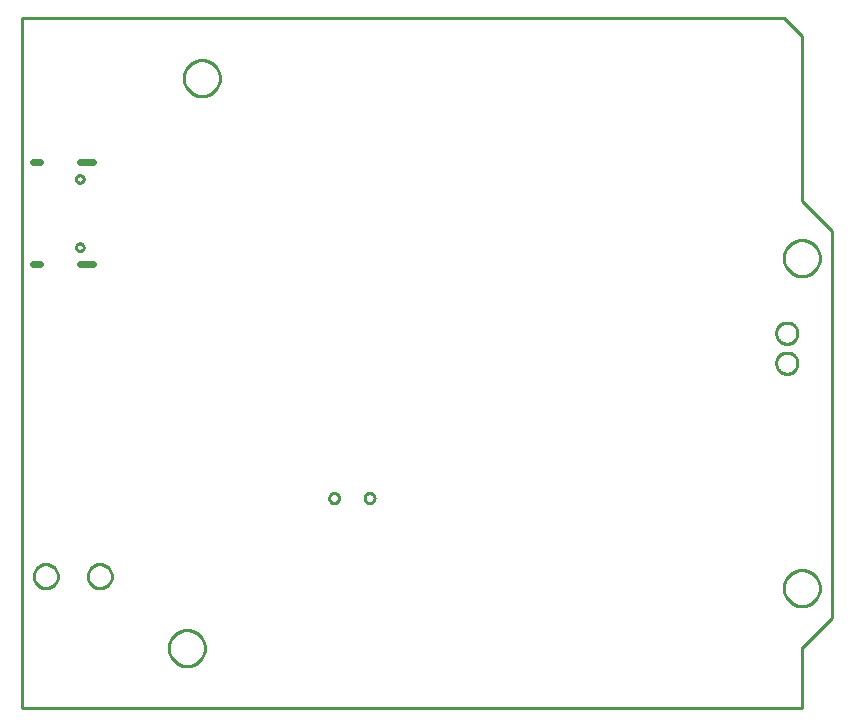
<source format=gko>
G04 EAGLE Gerber RS-274X export*
G75*
%MOMM*%
%FSLAX34Y34*%
%LPD*%
%IN*%
%IPPOS*%
%AMOC8*
5,1,8,0,0,1.08239X$1,22.5*%
G01*
%ADD10C,0.203200*%
%ADD11C,0.000000*%
%ADD12C,0.600000*%
%ADD13C,0.254000*%


D10*
X0Y584200D02*
X645160Y584200D01*
X660400Y568960D01*
X660400Y429260D02*
X685800Y403860D01*
X685800Y76200D01*
X660400Y50800D01*
X660400Y0D01*
X0Y0D01*
X0Y584200D01*
X660400Y568960D02*
X660400Y429260D01*
D11*
X124460Y50800D02*
X124465Y51174D01*
X124478Y51548D01*
X124501Y51921D01*
X124533Y52294D01*
X124575Y52666D01*
X124625Y53036D01*
X124684Y53405D01*
X124753Y53773D01*
X124830Y54139D01*
X124917Y54503D01*
X125012Y54865D01*
X125116Y55224D01*
X125229Y55581D01*
X125351Y55934D01*
X125481Y56285D01*
X125620Y56632D01*
X125767Y56976D01*
X125923Y57316D01*
X126087Y57652D01*
X126260Y57984D01*
X126440Y58312D01*
X126628Y58635D01*
X126824Y58953D01*
X127028Y59267D01*
X127240Y59575D01*
X127459Y59878D01*
X127686Y60176D01*
X127919Y60468D01*
X128160Y60754D01*
X128408Y61035D01*
X128662Y61309D01*
X128924Y61576D01*
X129191Y61838D01*
X129465Y62092D01*
X129746Y62340D01*
X130032Y62581D01*
X130324Y62814D01*
X130622Y63041D01*
X130925Y63260D01*
X131233Y63472D01*
X131547Y63676D01*
X131865Y63872D01*
X132188Y64060D01*
X132516Y64240D01*
X132848Y64413D01*
X133184Y64577D01*
X133524Y64733D01*
X133868Y64880D01*
X134215Y65019D01*
X134566Y65149D01*
X134919Y65271D01*
X135276Y65384D01*
X135635Y65488D01*
X135997Y65583D01*
X136361Y65670D01*
X136727Y65747D01*
X137095Y65816D01*
X137464Y65875D01*
X137834Y65925D01*
X138206Y65967D01*
X138579Y65999D01*
X138952Y66022D01*
X139326Y66035D01*
X139700Y66040D01*
X140074Y66035D01*
X140448Y66022D01*
X140821Y65999D01*
X141194Y65967D01*
X141566Y65925D01*
X141936Y65875D01*
X142305Y65816D01*
X142673Y65747D01*
X143039Y65670D01*
X143403Y65583D01*
X143765Y65488D01*
X144124Y65384D01*
X144481Y65271D01*
X144834Y65149D01*
X145185Y65019D01*
X145532Y64880D01*
X145876Y64733D01*
X146216Y64577D01*
X146552Y64413D01*
X146884Y64240D01*
X147212Y64060D01*
X147535Y63872D01*
X147853Y63676D01*
X148167Y63472D01*
X148475Y63260D01*
X148778Y63041D01*
X149076Y62814D01*
X149368Y62581D01*
X149654Y62340D01*
X149935Y62092D01*
X150209Y61838D01*
X150476Y61576D01*
X150738Y61309D01*
X150992Y61035D01*
X151240Y60754D01*
X151481Y60468D01*
X151714Y60176D01*
X151941Y59878D01*
X152160Y59575D01*
X152372Y59267D01*
X152576Y58953D01*
X152772Y58635D01*
X152960Y58312D01*
X153140Y57984D01*
X153313Y57652D01*
X153477Y57316D01*
X153633Y56976D01*
X153780Y56632D01*
X153919Y56285D01*
X154049Y55934D01*
X154171Y55581D01*
X154284Y55224D01*
X154388Y54865D01*
X154483Y54503D01*
X154570Y54139D01*
X154647Y53773D01*
X154716Y53405D01*
X154775Y53036D01*
X154825Y52666D01*
X154867Y52294D01*
X154899Y51921D01*
X154922Y51548D01*
X154935Y51174D01*
X154940Y50800D01*
X154935Y50426D01*
X154922Y50052D01*
X154899Y49679D01*
X154867Y49306D01*
X154825Y48934D01*
X154775Y48564D01*
X154716Y48195D01*
X154647Y47827D01*
X154570Y47461D01*
X154483Y47097D01*
X154388Y46735D01*
X154284Y46376D01*
X154171Y46019D01*
X154049Y45666D01*
X153919Y45315D01*
X153780Y44968D01*
X153633Y44624D01*
X153477Y44284D01*
X153313Y43948D01*
X153140Y43616D01*
X152960Y43288D01*
X152772Y42965D01*
X152576Y42647D01*
X152372Y42333D01*
X152160Y42025D01*
X151941Y41722D01*
X151714Y41424D01*
X151481Y41132D01*
X151240Y40846D01*
X150992Y40565D01*
X150738Y40291D01*
X150476Y40024D01*
X150209Y39762D01*
X149935Y39508D01*
X149654Y39260D01*
X149368Y39019D01*
X149076Y38786D01*
X148778Y38559D01*
X148475Y38340D01*
X148167Y38128D01*
X147853Y37924D01*
X147535Y37728D01*
X147212Y37540D01*
X146884Y37360D01*
X146552Y37187D01*
X146216Y37023D01*
X145876Y36867D01*
X145532Y36720D01*
X145185Y36581D01*
X144834Y36451D01*
X144481Y36329D01*
X144124Y36216D01*
X143765Y36112D01*
X143403Y36017D01*
X143039Y35930D01*
X142673Y35853D01*
X142305Y35784D01*
X141936Y35725D01*
X141566Y35675D01*
X141194Y35633D01*
X140821Y35601D01*
X140448Y35578D01*
X140074Y35565D01*
X139700Y35560D01*
X139326Y35565D01*
X138952Y35578D01*
X138579Y35601D01*
X138206Y35633D01*
X137834Y35675D01*
X137464Y35725D01*
X137095Y35784D01*
X136727Y35853D01*
X136361Y35930D01*
X135997Y36017D01*
X135635Y36112D01*
X135276Y36216D01*
X134919Y36329D01*
X134566Y36451D01*
X134215Y36581D01*
X133868Y36720D01*
X133524Y36867D01*
X133184Y37023D01*
X132848Y37187D01*
X132516Y37360D01*
X132188Y37540D01*
X131865Y37728D01*
X131547Y37924D01*
X131233Y38128D01*
X130925Y38340D01*
X130622Y38559D01*
X130324Y38786D01*
X130032Y39019D01*
X129746Y39260D01*
X129465Y39508D01*
X129191Y39762D01*
X128924Y40024D01*
X128662Y40291D01*
X128408Y40565D01*
X128160Y40846D01*
X127919Y41132D01*
X127686Y41424D01*
X127459Y41722D01*
X127240Y42025D01*
X127028Y42333D01*
X126824Y42647D01*
X126628Y42965D01*
X126440Y43288D01*
X126260Y43616D01*
X126087Y43948D01*
X125923Y44284D01*
X125767Y44624D01*
X125620Y44968D01*
X125481Y45315D01*
X125351Y45666D01*
X125229Y46019D01*
X125116Y46376D01*
X125012Y46735D01*
X124917Y47097D01*
X124830Y47461D01*
X124753Y47827D01*
X124684Y48195D01*
X124625Y48564D01*
X124575Y48934D01*
X124533Y49306D01*
X124501Y49679D01*
X124478Y50052D01*
X124465Y50426D01*
X124460Y50800D01*
X645160Y101600D02*
X645165Y101974D01*
X645178Y102348D01*
X645201Y102721D01*
X645233Y103094D01*
X645275Y103466D01*
X645325Y103836D01*
X645384Y104205D01*
X645453Y104573D01*
X645530Y104939D01*
X645617Y105303D01*
X645712Y105665D01*
X645816Y106024D01*
X645929Y106381D01*
X646051Y106734D01*
X646181Y107085D01*
X646320Y107432D01*
X646467Y107776D01*
X646623Y108116D01*
X646787Y108452D01*
X646960Y108784D01*
X647140Y109112D01*
X647328Y109435D01*
X647524Y109753D01*
X647728Y110067D01*
X647940Y110375D01*
X648159Y110678D01*
X648386Y110976D01*
X648619Y111268D01*
X648860Y111554D01*
X649108Y111835D01*
X649362Y112109D01*
X649624Y112376D01*
X649891Y112638D01*
X650165Y112892D01*
X650446Y113140D01*
X650732Y113381D01*
X651024Y113614D01*
X651322Y113841D01*
X651625Y114060D01*
X651933Y114272D01*
X652247Y114476D01*
X652565Y114672D01*
X652888Y114860D01*
X653216Y115040D01*
X653548Y115213D01*
X653884Y115377D01*
X654224Y115533D01*
X654568Y115680D01*
X654915Y115819D01*
X655266Y115949D01*
X655619Y116071D01*
X655976Y116184D01*
X656335Y116288D01*
X656697Y116383D01*
X657061Y116470D01*
X657427Y116547D01*
X657795Y116616D01*
X658164Y116675D01*
X658534Y116725D01*
X658906Y116767D01*
X659279Y116799D01*
X659652Y116822D01*
X660026Y116835D01*
X660400Y116840D01*
X660774Y116835D01*
X661148Y116822D01*
X661521Y116799D01*
X661894Y116767D01*
X662266Y116725D01*
X662636Y116675D01*
X663005Y116616D01*
X663373Y116547D01*
X663739Y116470D01*
X664103Y116383D01*
X664465Y116288D01*
X664824Y116184D01*
X665181Y116071D01*
X665534Y115949D01*
X665885Y115819D01*
X666232Y115680D01*
X666576Y115533D01*
X666916Y115377D01*
X667252Y115213D01*
X667584Y115040D01*
X667912Y114860D01*
X668235Y114672D01*
X668553Y114476D01*
X668867Y114272D01*
X669175Y114060D01*
X669478Y113841D01*
X669776Y113614D01*
X670068Y113381D01*
X670354Y113140D01*
X670635Y112892D01*
X670909Y112638D01*
X671176Y112376D01*
X671438Y112109D01*
X671692Y111835D01*
X671940Y111554D01*
X672181Y111268D01*
X672414Y110976D01*
X672641Y110678D01*
X672860Y110375D01*
X673072Y110067D01*
X673276Y109753D01*
X673472Y109435D01*
X673660Y109112D01*
X673840Y108784D01*
X674013Y108452D01*
X674177Y108116D01*
X674333Y107776D01*
X674480Y107432D01*
X674619Y107085D01*
X674749Y106734D01*
X674871Y106381D01*
X674984Y106024D01*
X675088Y105665D01*
X675183Y105303D01*
X675270Y104939D01*
X675347Y104573D01*
X675416Y104205D01*
X675475Y103836D01*
X675525Y103466D01*
X675567Y103094D01*
X675599Y102721D01*
X675622Y102348D01*
X675635Y101974D01*
X675640Y101600D01*
X675635Y101226D01*
X675622Y100852D01*
X675599Y100479D01*
X675567Y100106D01*
X675525Y99734D01*
X675475Y99364D01*
X675416Y98995D01*
X675347Y98627D01*
X675270Y98261D01*
X675183Y97897D01*
X675088Y97535D01*
X674984Y97176D01*
X674871Y96819D01*
X674749Y96466D01*
X674619Y96115D01*
X674480Y95768D01*
X674333Y95424D01*
X674177Y95084D01*
X674013Y94748D01*
X673840Y94416D01*
X673660Y94088D01*
X673472Y93765D01*
X673276Y93447D01*
X673072Y93133D01*
X672860Y92825D01*
X672641Y92522D01*
X672414Y92224D01*
X672181Y91932D01*
X671940Y91646D01*
X671692Y91365D01*
X671438Y91091D01*
X671176Y90824D01*
X670909Y90562D01*
X670635Y90308D01*
X670354Y90060D01*
X670068Y89819D01*
X669776Y89586D01*
X669478Y89359D01*
X669175Y89140D01*
X668867Y88928D01*
X668553Y88724D01*
X668235Y88528D01*
X667912Y88340D01*
X667584Y88160D01*
X667252Y87987D01*
X666916Y87823D01*
X666576Y87667D01*
X666232Y87520D01*
X665885Y87381D01*
X665534Y87251D01*
X665181Y87129D01*
X664824Y87016D01*
X664465Y86912D01*
X664103Y86817D01*
X663739Y86730D01*
X663373Y86653D01*
X663005Y86584D01*
X662636Y86525D01*
X662266Y86475D01*
X661894Y86433D01*
X661521Y86401D01*
X661148Y86378D01*
X660774Y86365D01*
X660400Y86360D01*
X660026Y86365D01*
X659652Y86378D01*
X659279Y86401D01*
X658906Y86433D01*
X658534Y86475D01*
X658164Y86525D01*
X657795Y86584D01*
X657427Y86653D01*
X657061Y86730D01*
X656697Y86817D01*
X656335Y86912D01*
X655976Y87016D01*
X655619Y87129D01*
X655266Y87251D01*
X654915Y87381D01*
X654568Y87520D01*
X654224Y87667D01*
X653884Y87823D01*
X653548Y87987D01*
X653216Y88160D01*
X652888Y88340D01*
X652565Y88528D01*
X652247Y88724D01*
X651933Y88928D01*
X651625Y89140D01*
X651322Y89359D01*
X651024Y89586D01*
X650732Y89819D01*
X650446Y90060D01*
X650165Y90308D01*
X649891Y90562D01*
X649624Y90824D01*
X649362Y91091D01*
X649108Y91365D01*
X648860Y91646D01*
X648619Y91932D01*
X648386Y92224D01*
X648159Y92522D01*
X647940Y92825D01*
X647728Y93133D01*
X647524Y93447D01*
X647328Y93765D01*
X647140Y94088D01*
X646960Y94416D01*
X646787Y94748D01*
X646623Y95084D01*
X646467Y95424D01*
X646320Y95768D01*
X646181Y96115D01*
X646051Y96466D01*
X645929Y96819D01*
X645816Y97176D01*
X645712Y97535D01*
X645617Y97897D01*
X645530Y98261D01*
X645453Y98627D01*
X645384Y98995D01*
X645325Y99364D01*
X645275Y99734D01*
X645233Y100106D01*
X645201Y100479D01*
X645178Y100852D01*
X645165Y101226D01*
X645160Y101600D01*
X645160Y381000D02*
X645165Y381374D01*
X645178Y381748D01*
X645201Y382121D01*
X645233Y382494D01*
X645275Y382866D01*
X645325Y383236D01*
X645384Y383605D01*
X645453Y383973D01*
X645530Y384339D01*
X645617Y384703D01*
X645712Y385065D01*
X645816Y385424D01*
X645929Y385781D01*
X646051Y386134D01*
X646181Y386485D01*
X646320Y386832D01*
X646467Y387176D01*
X646623Y387516D01*
X646787Y387852D01*
X646960Y388184D01*
X647140Y388512D01*
X647328Y388835D01*
X647524Y389153D01*
X647728Y389467D01*
X647940Y389775D01*
X648159Y390078D01*
X648386Y390376D01*
X648619Y390668D01*
X648860Y390954D01*
X649108Y391235D01*
X649362Y391509D01*
X649624Y391776D01*
X649891Y392038D01*
X650165Y392292D01*
X650446Y392540D01*
X650732Y392781D01*
X651024Y393014D01*
X651322Y393241D01*
X651625Y393460D01*
X651933Y393672D01*
X652247Y393876D01*
X652565Y394072D01*
X652888Y394260D01*
X653216Y394440D01*
X653548Y394613D01*
X653884Y394777D01*
X654224Y394933D01*
X654568Y395080D01*
X654915Y395219D01*
X655266Y395349D01*
X655619Y395471D01*
X655976Y395584D01*
X656335Y395688D01*
X656697Y395783D01*
X657061Y395870D01*
X657427Y395947D01*
X657795Y396016D01*
X658164Y396075D01*
X658534Y396125D01*
X658906Y396167D01*
X659279Y396199D01*
X659652Y396222D01*
X660026Y396235D01*
X660400Y396240D01*
X660774Y396235D01*
X661148Y396222D01*
X661521Y396199D01*
X661894Y396167D01*
X662266Y396125D01*
X662636Y396075D01*
X663005Y396016D01*
X663373Y395947D01*
X663739Y395870D01*
X664103Y395783D01*
X664465Y395688D01*
X664824Y395584D01*
X665181Y395471D01*
X665534Y395349D01*
X665885Y395219D01*
X666232Y395080D01*
X666576Y394933D01*
X666916Y394777D01*
X667252Y394613D01*
X667584Y394440D01*
X667912Y394260D01*
X668235Y394072D01*
X668553Y393876D01*
X668867Y393672D01*
X669175Y393460D01*
X669478Y393241D01*
X669776Y393014D01*
X670068Y392781D01*
X670354Y392540D01*
X670635Y392292D01*
X670909Y392038D01*
X671176Y391776D01*
X671438Y391509D01*
X671692Y391235D01*
X671940Y390954D01*
X672181Y390668D01*
X672414Y390376D01*
X672641Y390078D01*
X672860Y389775D01*
X673072Y389467D01*
X673276Y389153D01*
X673472Y388835D01*
X673660Y388512D01*
X673840Y388184D01*
X674013Y387852D01*
X674177Y387516D01*
X674333Y387176D01*
X674480Y386832D01*
X674619Y386485D01*
X674749Y386134D01*
X674871Y385781D01*
X674984Y385424D01*
X675088Y385065D01*
X675183Y384703D01*
X675270Y384339D01*
X675347Y383973D01*
X675416Y383605D01*
X675475Y383236D01*
X675525Y382866D01*
X675567Y382494D01*
X675599Y382121D01*
X675622Y381748D01*
X675635Y381374D01*
X675640Y381000D01*
X675635Y380626D01*
X675622Y380252D01*
X675599Y379879D01*
X675567Y379506D01*
X675525Y379134D01*
X675475Y378764D01*
X675416Y378395D01*
X675347Y378027D01*
X675270Y377661D01*
X675183Y377297D01*
X675088Y376935D01*
X674984Y376576D01*
X674871Y376219D01*
X674749Y375866D01*
X674619Y375515D01*
X674480Y375168D01*
X674333Y374824D01*
X674177Y374484D01*
X674013Y374148D01*
X673840Y373816D01*
X673660Y373488D01*
X673472Y373165D01*
X673276Y372847D01*
X673072Y372533D01*
X672860Y372225D01*
X672641Y371922D01*
X672414Y371624D01*
X672181Y371332D01*
X671940Y371046D01*
X671692Y370765D01*
X671438Y370491D01*
X671176Y370224D01*
X670909Y369962D01*
X670635Y369708D01*
X670354Y369460D01*
X670068Y369219D01*
X669776Y368986D01*
X669478Y368759D01*
X669175Y368540D01*
X668867Y368328D01*
X668553Y368124D01*
X668235Y367928D01*
X667912Y367740D01*
X667584Y367560D01*
X667252Y367387D01*
X666916Y367223D01*
X666576Y367067D01*
X666232Y366920D01*
X665885Y366781D01*
X665534Y366651D01*
X665181Y366529D01*
X664824Y366416D01*
X664465Y366312D01*
X664103Y366217D01*
X663739Y366130D01*
X663373Y366053D01*
X663005Y365984D01*
X662636Y365925D01*
X662266Y365875D01*
X661894Y365833D01*
X661521Y365801D01*
X661148Y365778D01*
X660774Y365765D01*
X660400Y365760D01*
X660026Y365765D01*
X659652Y365778D01*
X659279Y365801D01*
X658906Y365833D01*
X658534Y365875D01*
X658164Y365925D01*
X657795Y365984D01*
X657427Y366053D01*
X657061Y366130D01*
X656697Y366217D01*
X656335Y366312D01*
X655976Y366416D01*
X655619Y366529D01*
X655266Y366651D01*
X654915Y366781D01*
X654568Y366920D01*
X654224Y367067D01*
X653884Y367223D01*
X653548Y367387D01*
X653216Y367560D01*
X652888Y367740D01*
X652565Y367928D01*
X652247Y368124D01*
X651933Y368328D01*
X651625Y368540D01*
X651322Y368759D01*
X651024Y368986D01*
X650732Y369219D01*
X650446Y369460D01*
X650165Y369708D01*
X649891Y369962D01*
X649624Y370224D01*
X649362Y370491D01*
X649108Y370765D01*
X648860Y371046D01*
X648619Y371332D01*
X648386Y371624D01*
X648159Y371922D01*
X647940Y372225D01*
X647728Y372533D01*
X647524Y372847D01*
X647328Y373165D01*
X647140Y373488D01*
X646960Y373816D01*
X646787Y374148D01*
X646623Y374484D01*
X646467Y374824D01*
X646320Y375168D01*
X646181Y375515D01*
X646051Y375866D01*
X645929Y376219D01*
X645816Y376576D01*
X645712Y376935D01*
X645617Y377297D01*
X645530Y377661D01*
X645453Y378027D01*
X645384Y378395D01*
X645325Y378764D01*
X645275Y379134D01*
X645233Y379506D01*
X645201Y379879D01*
X645178Y380252D01*
X645165Y380626D01*
X645160Y381000D01*
X137160Y533400D02*
X137165Y533774D01*
X137178Y534148D01*
X137201Y534521D01*
X137233Y534894D01*
X137275Y535266D01*
X137325Y535636D01*
X137384Y536005D01*
X137453Y536373D01*
X137530Y536739D01*
X137617Y537103D01*
X137712Y537465D01*
X137816Y537824D01*
X137929Y538181D01*
X138051Y538534D01*
X138181Y538885D01*
X138320Y539232D01*
X138467Y539576D01*
X138623Y539916D01*
X138787Y540252D01*
X138960Y540584D01*
X139140Y540912D01*
X139328Y541235D01*
X139524Y541553D01*
X139728Y541867D01*
X139940Y542175D01*
X140159Y542478D01*
X140386Y542776D01*
X140619Y543068D01*
X140860Y543354D01*
X141108Y543635D01*
X141362Y543909D01*
X141624Y544176D01*
X141891Y544438D01*
X142165Y544692D01*
X142446Y544940D01*
X142732Y545181D01*
X143024Y545414D01*
X143322Y545641D01*
X143625Y545860D01*
X143933Y546072D01*
X144247Y546276D01*
X144565Y546472D01*
X144888Y546660D01*
X145216Y546840D01*
X145548Y547013D01*
X145884Y547177D01*
X146224Y547333D01*
X146568Y547480D01*
X146915Y547619D01*
X147266Y547749D01*
X147619Y547871D01*
X147976Y547984D01*
X148335Y548088D01*
X148697Y548183D01*
X149061Y548270D01*
X149427Y548347D01*
X149795Y548416D01*
X150164Y548475D01*
X150534Y548525D01*
X150906Y548567D01*
X151279Y548599D01*
X151652Y548622D01*
X152026Y548635D01*
X152400Y548640D01*
X152774Y548635D01*
X153148Y548622D01*
X153521Y548599D01*
X153894Y548567D01*
X154266Y548525D01*
X154636Y548475D01*
X155005Y548416D01*
X155373Y548347D01*
X155739Y548270D01*
X156103Y548183D01*
X156465Y548088D01*
X156824Y547984D01*
X157181Y547871D01*
X157534Y547749D01*
X157885Y547619D01*
X158232Y547480D01*
X158576Y547333D01*
X158916Y547177D01*
X159252Y547013D01*
X159584Y546840D01*
X159912Y546660D01*
X160235Y546472D01*
X160553Y546276D01*
X160867Y546072D01*
X161175Y545860D01*
X161478Y545641D01*
X161776Y545414D01*
X162068Y545181D01*
X162354Y544940D01*
X162635Y544692D01*
X162909Y544438D01*
X163176Y544176D01*
X163438Y543909D01*
X163692Y543635D01*
X163940Y543354D01*
X164181Y543068D01*
X164414Y542776D01*
X164641Y542478D01*
X164860Y542175D01*
X165072Y541867D01*
X165276Y541553D01*
X165472Y541235D01*
X165660Y540912D01*
X165840Y540584D01*
X166013Y540252D01*
X166177Y539916D01*
X166333Y539576D01*
X166480Y539232D01*
X166619Y538885D01*
X166749Y538534D01*
X166871Y538181D01*
X166984Y537824D01*
X167088Y537465D01*
X167183Y537103D01*
X167270Y536739D01*
X167347Y536373D01*
X167416Y536005D01*
X167475Y535636D01*
X167525Y535266D01*
X167567Y534894D01*
X167599Y534521D01*
X167622Y534148D01*
X167635Y533774D01*
X167640Y533400D01*
X167635Y533026D01*
X167622Y532652D01*
X167599Y532279D01*
X167567Y531906D01*
X167525Y531534D01*
X167475Y531164D01*
X167416Y530795D01*
X167347Y530427D01*
X167270Y530061D01*
X167183Y529697D01*
X167088Y529335D01*
X166984Y528976D01*
X166871Y528619D01*
X166749Y528266D01*
X166619Y527915D01*
X166480Y527568D01*
X166333Y527224D01*
X166177Y526884D01*
X166013Y526548D01*
X165840Y526216D01*
X165660Y525888D01*
X165472Y525565D01*
X165276Y525247D01*
X165072Y524933D01*
X164860Y524625D01*
X164641Y524322D01*
X164414Y524024D01*
X164181Y523732D01*
X163940Y523446D01*
X163692Y523165D01*
X163438Y522891D01*
X163176Y522624D01*
X162909Y522362D01*
X162635Y522108D01*
X162354Y521860D01*
X162068Y521619D01*
X161776Y521386D01*
X161478Y521159D01*
X161175Y520940D01*
X160867Y520728D01*
X160553Y520524D01*
X160235Y520328D01*
X159912Y520140D01*
X159584Y519960D01*
X159252Y519787D01*
X158916Y519623D01*
X158576Y519467D01*
X158232Y519320D01*
X157885Y519181D01*
X157534Y519051D01*
X157181Y518929D01*
X156824Y518816D01*
X156465Y518712D01*
X156103Y518617D01*
X155739Y518530D01*
X155373Y518453D01*
X155005Y518384D01*
X154636Y518325D01*
X154266Y518275D01*
X153894Y518233D01*
X153521Y518201D01*
X153148Y518178D01*
X152774Y518165D01*
X152400Y518160D01*
X152026Y518165D01*
X151652Y518178D01*
X151279Y518201D01*
X150906Y518233D01*
X150534Y518275D01*
X150164Y518325D01*
X149795Y518384D01*
X149427Y518453D01*
X149061Y518530D01*
X148697Y518617D01*
X148335Y518712D01*
X147976Y518816D01*
X147619Y518929D01*
X147266Y519051D01*
X146915Y519181D01*
X146568Y519320D01*
X146224Y519467D01*
X145884Y519623D01*
X145548Y519787D01*
X145216Y519960D01*
X144888Y520140D01*
X144565Y520328D01*
X144247Y520524D01*
X143933Y520728D01*
X143625Y520940D01*
X143322Y521159D01*
X143024Y521386D01*
X142732Y521619D01*
X142446Y521860D01*
X142165Y522108D01*
X141891Y522362D01*
X141624Y522624D01*
X141362Y522891D01*
X141108Y523165D01*
X140860Y523446D01*
X140619Y523732D01*
X140386Y524024D01*
X140159Y524322D01*
X139940Y524625D01*
X139728Y524933D01*
X139524Y525247D01*
X139328Y525565D01*
X139140Y525888D01*
X138960Y526216D01*
X138787Y526548D01*
X138623Y526884D01*
X138467Y527224D01*
X138320Y527568D01*
X138181Y527915D01*
X138051Y528266D01*
X137929Y528619D01*
X137816Y528976D01*
X137712Y529335D01*
X137617Y529697D01*
X137530Y530061D01*
X137453Y530427D01*
X137384Y530795D01*
X137325Y531164D01*
X137275Y531534D01*
X137233Y531906D01*
X137201Y532279D01*
X137178Y532652D01*
X137165Y533026D01*
X137160Y533400D01*
X638700Y317500D02*
X638703Y317721D01*
X638711Y317942D01*
X638724Y318162D01*
X638743Y318382D01*
X638768Y318602D01*
X638797Y318821D01*
X638833Y319039D01*
X638873Y319256D01*
X638919Y319472D01*
X638970Y319687D01*
X639026Y319900D01*
X639088Y320113D01*
X639154Y320323D01*
X639226Y320532D01*
X639303Y320739D01*
X639385Y320944D01*
X639472Y321147D01*
X639564Y321348D01*
X639661Y321547D01*
X639763Y321743D01*
X639869Y321936D01*
X639980Y322127D01*
X640096Y322315D01*
X640217Y322500D01*
X640342Y322682D01*
X640471Y322861D01*
X640605Y323037D01*
X640743Y323210D01*
X640885Y323379D01*
X641031Y323544D01*
X641182Y323706D01*
X641336Y323864D01*
X641494Y324018D01*
X641656Y324169D01*
X641821Y324315D01*
X641990Y324457D01*
X642163Y324595D01*
X642339Y324729D01*
X642518Y324858D01*
X642700Y324983D01*
X642885Y325104D01*
X643073Y325220D01*
X643264Y325331D01*
X643457Y325437D01*
X643653Y325539D01*
X643852Y325636D01*
X644053Y325728D01*
X644256Y325815D01*
X644461Y325897D01*
X644668Y325974D01*
X644877Y326046D01*
X645087Y326112D01*
X645300Y326174D01*
X645513Y326230D01*
X645728Y326281D01*
X645944Y326327D01*
X646161Y326367D01*
X646379Y326403D01*
X646598Y326432D01*
X646818Y326457D01*
X647038Y326476D01*
X647258Y326489D01*
X647479Y326497D01*
X647700Y326500D01*
X647921Y326497D01*
X648142Y326489D01*
X648362Y326476D01*
X648582Y326457D01*
X648802Y326432D01*
X649021Y326403D01*
X649239Y326367D01*
X649456Y326327D01*
X649672Y326281D01*
X649887Y326230D01*
X650100Y326174D01*
X650313Y326112D01*
X650523Y326046D01*
X650732Y325974D01*
X650939Y325897D01*
X651144Y325815D01*
X651347Y325728D01*
X651548Y325636D01*
X651747Y325539D01*
X651943Y325437D01*
X652136Y325331D01*
X652327Y325220D01*
X652515Y325104D01*
X652700Y324983D01*
X652882Y324858D01*
X653061Y324729D01*
X653237Y324595D01*
X653410Y324457D01*
X653579Y324315D01*
X653744Y324169D01*
X653906Y324018D01*
X654064Y323864D01*
X654218Y323706D01*
X654369Y323544D01*
X654515Y323379D01*
X654657Y323210D01*
X654795Y323037D01*
X654929Y322861D01*
X655058Y322682D01*
X655183Y322500D01*
X655304Y322315D01*
X655420Y322127D01*
X655531Y321936D01*
X655637Y321743D01*
X655739Y321547D01*
X655836Y321348D01*
X655928Y321147D01*
X656015Y320944D01*
X656097Y320739D01*
X656174Y320532D01*
X656246Y320323D01*
X656312Y320113D01*
X656374Y319900D01*
X656430Y319687D01*
X656481Y319472D01*
X656527Y319256D01*
X656567Y319039D01*
X656603Y318821D01*
X656632Y318602D01*
X656657Y318382D01*
X656676Y318162D01*
X656689Y317942D01*
X656697Y317721D01*
X656700Y317500D01*
X656697Y317279D01*
X656689Y317058D01*
X656676Y316838D01*
X656657Y316618D01*
X656632Y316398D01*
X656603Y316179D01*
X656567Y315961D01*
X656527Y315744D01*
X656481Y315528D01*
X656430Y315313D01*
X656374Y315100D01*
X656312Y314887D01*
X656246Y314677D01*
X656174Y314468D01*
X656097Y314261D01*
X656015Y314056D01*
X655928Y313853D01*
X655836Y313652D01*
X655739Y313453D01*
X655637Y313257D01*
X655531Y313064D01*
X655420Y312873D01*
X655304Y312685D01*
X655183Y312500D01*
X655058Y312318D01*
X654929Y312139D01*
X654795Y311963D01*
X654657Y311790D01*
X654515Y311621D01*
X654369Y311456D01*
X654218Y311294D01*
X654064Y311136D01*
X653906Y310982D01*
X653744Y310831D01*
X653579Y310685D01*
X653410Y310543D01*
X653237Y310405D01*
X653061Y310271D01*
X652882Y310142D01*
X652700Y310017D01*
X652515Y309896D01*
X652327Y309780D01*
X652136Y309669D01*
X651943Y309563D01*
X651747Y309461D01*
X651548Y309364D01*
X651347Y309272D01*
X651144Y309185D01*
X650939Y309103D01*
X650732Y309026D01*
X650523Y308954D01*
X650313Y308888D01*
X650100Y308826D01*
X649887Y308770D01*
X649672Y308719D01*
X649456Y308673D01*
X649239Y308633D01*
X649021Y308597D01*
X648802Y308568D01*
X648582Y308543D01*
X648362Y308524D01*
X648142Y308511D01*
X647921Y308503D01*
X647700Y308500D01*
X647479Y308503D01*
X647258Y308511D01*
X647038Y308524D01*
X646818Y308543D01*
X646598Y308568D01*
X646379Y308597D01*
X646161Y308633D01*
X645944Y308673D01*
X645728Y308719D01*
X645513Y308770D01*
X645300Y308826D01*
X645087Y308888D01*
X644877Y308954D01*
X644668Y309026D01*
X644461Y309103D01*
X644256Y309185D01*
X644053Y309272D01*
X643852Y309364D01*
X643653Y309461D01*
X643457Y309563D01*
X643264Y309669D01*
X643073Y309780D01*
X642885Y309896D01*
X642700Y310017D01*
X642518Y310142D01*
X642339Y310271D01*
X642163Y310405D01*
X641990Y310543D01*
X641821Y310685D01*
X641656Y310831D01*
X641494Y310982D01*
X641336Y311136D01*
X641182Y311294D01*
X641031Y311456D01*
X640885Y311621D01*
X640743Y311790D01*
X640605Y311963D01*
X640471Y312139D01*
X640342Y312318D01*
X640217Y312500D01*
X640096Y312685D01*
X639980Y312873D01*
X639869Y313064D01*
X639763Y313257D01*
X639661Y313453D01*
X639564Y313652D01*
X639472Y313853D01*
X639385Y314056D01*
X639303Y314261D01*
X639226Y314468D01*
X639154Y314677D01*
X639088Y314887D01*
X639026Y315100D01*
X638970Y315313D01*
X638919Y315528D01*
X638873Y315744D01*
X638833Y315961D01*
X638797Y316179D01*
X638768Y316398D01*
X638743Y316618D01*
X638724Y316838D01*
X638711Y317058D01*
X638703Y317279D01*
X638700Y317500D01*
X638700Y292100D02*
X638703Y292321D01*
X638711Y292542D01*
X638724Y292762D01*
X638743Y292982D01*
X638768Y293202D01*
X638797Y293421D01*
X638833Y293639D01*
X638873Y293856D01*
X638919Y294072D01*
X638970Y294287D01*
X639026Y294500D01*
X639088Y294713D01*
X639154Y294923D01*
X639226Y295132D01*
X639303Y295339D01*
X639385Y295544D01*
X639472Y295747D01*
X639564Y295948D01*
X639661Y296147D01*
X639763Y296343D01*
X639869Y296536D01*
X639980Y296727D01*
X640096Y296915D01*
X640217Y297100D01*
X640342Y297282D01*
X640471Y297461D01*
X640605Y297637D01*
X640743Y297810D01*
X640885Y297979D01*
X641031Y298144D01*
X641182Y298306D01*
X641336Y298464D01*
X641494Y298618D01*
X641656Y298769D01*
X641821Y298915D01*
X641990Y299057D01*
X642163Y299195D01*
X642339Y299329D01*
X642518Y299458D01*
X642700Y299583D01*
X642885Y299704D01*
X643073Y299820D01*
X643264Y299931D01*
X643457Y300037D01*
X643653Y300139D01*
X643852Y300236D01*
X644053Y300328D01*
X644256Y300415D01*
X644461Y300497D01*
X644668Y300574D01*
X644877Y300646D01*
X645087Y300712D01*
X645300Y300774D01*
X645513Y300830D01*
X645728Y300881D01*
X645944Y300927D01*
X646161Y300967D01*
X646379Y301003D01*
X646598Y301032D01*
X646818Y301057D01*
X647038Y301076D01*
X647258Y301089D01*
X647479Y301097D01*
X647700Y301100D01*
X647921Y301097D01*
X648142Y301089D01*
X648362Y301076D01*
X648582Y301057D01*
X648802Y301032D01*
X649021Y301003D01*
X649239Y300967D01*
X649456Y300927D01*
X649672Y300881D01*
X649887Y300830D01*
X650100Y300774D01*
X650313Y300712D01*
X650523Y300646D01*
X650732Y300574D01*
X650939Y300497D01*
X651144Y300415D01*
X651347Y300328D01*
X651548Y300236D01*
X651747Y300139D01*
X651943Y300037D01*
X652136Y299931D01*
X652327Y299820D01*
X652515Y299704D01*
X652700Y299583D01*
X652882Y299458D01*
X653061Y299329D01*
X653237Y299195D01*
X653410Y299057D01*
X653579Y298915D01*
X653744Y298769D01*
X653906Y298618D01*
X654064Y298464D01*
X654218Y298306D01*
X654369Y298144D01*
X654515Y297979D01*
X654657Y297810D01*
X654795Y297637D01*
X654929Y297461D01*
X655058Y297282D01*
X655183Y297100D01*
X655304Y296915D01*
X655420Y296727D01*
X655531Y296536D01*
X655637Y296343D01*
X655739Y296147D01*
X655836Y295948D01*
X655928Y295747D01*
X656015Y295544D01*
X656097Y295339D01*
X656174Y295132D01*
X656246Y294923D01*
X656312Y294713D01*
X656374Y294500D01*
X656430Y294287D01*
X656481Y294072D01*
X656527Y293856D01*
X656567Y293639D01*
X656603Y293421D01*
X656632Y293202D01*
X656657Y292982D01*
X656676Y292762D01*
X656689Y292542D01*
X656697Y292321D01*
X656700Y292100D01*
X656697Y291879D01*
X656689Y291658D01*
X656676Y291438D01*
X656657Y291218D01*
X656632Y290998D01*
X656603Y290779D01*
X656567Y290561D01*
X656527Y290344D01*
X656481Y290128D01*
X656430Y289913D01*
X656374Y289700D01*
X656312Y289487D01*
X656246Y289277D01*
X656174Y289068D01*
X656097Y288861D01*
X656015Y288656D01*
X655928Y288453D01*
X655836Y288252D01*
X655739Y288053D01*
X655637Y287857D01*
X655531Y287664D01*
X655420Y287473D01*
X655304Y287285D01*
X655183Y287100D01*
X655058Y286918D01*
X654929Y286739D01*
X654795Y286563D01*
X654657Y286390D01*
X654515Y286221D01*
X654369Y286056D01*
X654218Y285894D01*
X654064Y285736D01*
X653906Y285582D01*
X653744Y285431D01*
X653579Y285285D01*
X653410Y285143D01*
X653237Y285005D01*
X653061Y284871D01*
X652882Y284742D01*
X652700Y284617D01*
X652515Y284496D01*
X652327Y284380D01*
X652136Y284269D01*
X651943Y284163D01*
X651747Y284061D01*
X651548Y283964D01*
X651347Y283872D01*
X651144Y283785D01*
X650939Y283703D01*
X650732Y283626D01*
X650523Y283554D01*
X650313Y283488D01*
X650100Y283426D01*
X649887Y283370D01*
X649672Y283319D01*
X649456Y283273D01*
X649239Y283233D01*
X649021Y283197D01*
X648802Y283168D01*
X648582Y283143D01*
X648362Y283124D01*
X648142Y283111D01*
X647921Y283103D01*
X647700Y283100D01*
X647479Y283103D01*
X647258Y283111D01*
X647038Y283124D01*
X646818Y283143D01*
X646598Y283168D01*
X646379Y283197D01*
X646161Y283233D01*
X645944Y283273D01*
X645728Y283319D01*
X645513Y283370D01*
X645300Y283426D01*
X645087Y283488D01*
X644877Y283554D01*
X644668Y283626D01*
X644461Y283703D01*
X644256Y283785D01*
X644053Y283872D01*
X643852Y283964D01*
X643653Y284061D01*
X643457Y284163D01*
X643264Y284269D01*
X643073Y284380D01*
X642885Y284496D01*
X642700Y284617D01*
X642518Y284742D01*
X642339Y284871D01*
X642163Y285005D01*
X641990Y285143D01*
X641821Y285285D01*
X641656Y285431D01*
X641494Y285582D01*
X641336Y285736D01*
X641182Y285894D01*
X641031Y286056D01*
X640885Y286221D01*
X640743Y286390D01*
X640605Y286563D01*
X640471Y286739D01*
X640342Y286918D01*
X640217Y287100D01*
X640096Y287285D01*
X639980Y287473D01*
X639869Y287664D01*
X639763Y287857D01*
X639661Y288053D01*
X639564Y288252D01*
X639472Y288453D01*
X639385Y288656D01*
X639303Y288861D01*
X639226Y289068D01*
X639154Y289277D01*
X639088Y289487D01*
X639026Y289700D01*
X638970Y289913D01*
X638919Y290128D01*
X638873Y290344D01*
X638833Y290561D01*
X638797Y290779D01*
X638768Y290998D01*
X638743Y291218D01*
X638724Y291438D01*
X638711Y291658D01*
X638703Y291879D01*
X638700Y292100D01*
X10160Y111760D02*
X10163Y112009D01*
X10172Y112259D01*
X10188Y112507D01*
X10209Y112756D01*
X10236Y113004D01*
X10270Y113251D01*
X10310Y113497D01*
X10355Y113742D01*
X10407Y113986D01*
X10464Y114229D01*
X10528Y114470D01*
X10597Y114709D01*
X10673Y114947D01*
X10754Y115183D01*
X10841Y115417D01*
X10933Y115648D01*
X11032Y115877D01*
X11135Y116104D01*
X11245Y116328D01*
X11360Y116549D01*
X11480Y116768D01*
X11605Y116983D01*
X11736Y117196D01*
X11872Y117405D01*
X12013Y117610D01*
X12159Y117812D01*
X12310Y118011D01*
X12466Y118205D01*
X12627Y118396D01*
X12792Y118583D01*
X12962Y118766D01*
X13136Y118944D01*
X13314Y119118D01*
X13497Y119288D01*
X13684Y119453D01*
X13875Y119614D01*
X14069Y119770D01*
X14268Y119921D01*
X14470Y120067D01*
X14675Y120208D01*
X14884Y120344D01*
X15097Y120475D01*
X15312Y120600D01*
X15531Y120720D01*
X15752Y120835D01*
X15976Y120945D01*
X16203Y121048D01*
X16432Y121147D01*
X16663Y121239D01*
X16897Y121326D01*
X17133Y121407D01*
X17371Y121483D01*
X17610Y121552D01*
X17851Y121616D01*
X18094Y121673D01*
X18338Y121725D01*
X18583Y121770D01*
X18829Y121810D01*
X19076Y121844D01*
X19324Y121871D01*
X19573Y121892D01*
X19821Y121908D01*
X20071Y121917D01*
X20320Y121920D01*
X20569Y121917D01*
X20819Y121908D01*
X21067Y121892D01*
X21316Y121871D01*
X21564Y121844D01*
X21811Y121810D01*
X22057Y121770D01*
X22302Y121725D01*
X22546Y121673D01*
X22789Y121616D01*
X23030Y121552D01*
X23269Y121483D01*
X23507Y121407D01*
X23743Y121326D01*
X23977Y121239D01*
X24208Y121147D01*
X24437Y121048D01*
X24664Y120945D01*
X24888Y120835D01*
X25109Y120720D01*
X25328Y120600D01*
X25543Y120475D01*
X25756Y120344D01*
X25965Y120208D01*
X26170Y120067D01*
X26372Y119921D01*
X26571Y119770D01*
X26765Y119614D01*
X26956Y119453D01*
X27143Y119288D01*
X27326Y119118D01*
X27504Y118944D01*
X27678Y118766D01*
X27848Y118583D01*
X28013Y118396D01*
X28174Y118205D01*
X28330Y118011D01*
X28481Y117812D01*
X28627Y117610D01*
X28768Y117405D01*
X28904Y117196D01*
X29035Y116983D01*
X29160Y116768D01*
X29280Y116549D01*
X29395Y116328D01*
X29505Y116104D01*
X29608Y115877D01*
X29707Y115648D01*
X29799Y115417D01*
X29886Y115183D01*
X29967Y114947D01*
X30043Y114709D01*
X30112Y114470D01*
X30176Y114229D01*
X30233Y113986D01*
X30285Y113742D01*
X30330Y113497D01*
X30370Y113251D01*
X30404Y113004D01*
X30431Y112756D01*
X30452Y112507D01*
X30468Y112259D01*
X30477Y112009D01*
X30480Y111760D01*
X30477Y111511D01*
X30468Y111261D01*
X30452Y111013D01*
X30431Y110764D01*
X30404Y110516D01*
X30370Y110269D01*
X30330Y110023D01*
X30285Y109778D01*
X30233Y109534D01*
X30176Y109291D01*
X30112Y109050D01*
X30043Y108811D01*
X29967Y108573D01*
X29886Y108337D01*
X29799Y108103D01*
X29707Y107872D01*
X29608Y107643D01*
X29505Y107416D01*
X29395Y107192D01*
X29280Y106971D01*
X29160Y106752D01*
X29035Y106537D01*
X28904Y106324D01*
X28768Y106115D01*
X28627Y105910D01*
X28481Y105708D01*
X28330Y105509D01*
X28174Y105315D01*
X28013Y105124D01*
X27848Y104937D01*
X27678Y104754D01*
X27504Y104576D01*
X27326Y104402D01*
X27143Y104232D01*
X26956Y104067D01*
X26765Y103906D01*
X26571Y103750D01*
X26372Y103599D01*
X26170Y103453D01*
X25965Y103312D01*
X25756Y103176D01*
X25543Y103045D01*
X25328Y102920D01*
X25109Y102800D01*
X24888Y102685D01*
X24664Y102575D01*
X24437Y102472D01*
X24208Y102373D01*
X23977Y102281D01*
X23743Y102194D01*
X23507Y102113D01*
X23269Y102037D01*
X23030Y101968D01*
X22789Y101904D01*
X22546Y101847D01*
X22302Y101795D01*
X22057Y101750D01*
X21811Y101710D01*
X21564Y101676D01*
X21316Y101649D01*
X21067Y101628D01*
X20819Y101612D01*
X20569Y101603D01*
X20320Y101600D01*
X20071Y101603D01*
X19821Y101612D01*
X19573Y101628D01*
X19324Y101649D01*
X19076Y101676D01*
X18829Y101710D01*
X18583Y101750D01*
X18338Y101795D01*
X18094Y101847D01*
X17851Y101904D01*
X17610Y101968D01*
X17371Y102037D01*
X17133Y102113D01*
X16897Y102194D01*
X16663Y102281D01*
X16432Y102373D01*
X16203Y102472D01*
X15976Y102575D01*
X15752Y102685D01*
X15531Y102800D01*
X15312Y102920D01*
X15097Y103045D01*
X14884Y103176D01*
X14675Y103312D01*
X14470Y103453D01*
X14268Y103599D01*
X14069Y103750D01*
X13875Y103906D01*
X13684Y104067D01*
X13497Y104232D01*
X13314Y104402D01*
X13136Y104576D01*
X12962Y104754D01*
X12792Y104937D01*
X12627Y105124D01*
X12466Y105315D01*
X12310Y105509D01*
X12159Y105708D01*
X12013Y105910D01*
X11872Y106115D01*
X11736Y106324D01*
X11605Y106537D01*
X11480Y106752D01*
X11360Y106971D01*
X11245Y107192D01*
X11135Y107416D01*
X11032Y107643D01*
X10933Y107872D01*
X10841Y108103D01*
X10754Y108337D01*
X10673Y108573D01*
X10597Y108811D01*
X10528Y109050D01*
X10464Y109291D01*
X10407Y109534D01*
X10355Y109778D01*
X10310Y110023D01*
X10270Y110269D01*
X10236Y110516D01*
X10209Y110764D01*
X10188Y111013D01*
X10172Y111261D01*
X10163Y111511D01*
X10160Y111760D01*
X55880Y111760D02*
X55883Y112009D01*
X55892Y112259D01*
X55908Y112507D01*
X55929Y112756D01*
X55956Y113004D01*
X55990Y113251D01*
X56030Y113497D01*
X56075Y113742D01*
X56127Y113986D01*
X56184Y114229D01*
X56248Y114470D01*
X56317Y114709D01*
X56393Y114947D01*
X56474Y115183D01*
X56561Y115417D01*
X56653Y115648D01*
X56752Y115877D01*
X56855Y116104D01*
X56965Y116328D01*
X57080Y116549D01*
X57200Y116768D01*
X57325Y116983D01*
X57456Y117196D01*
X57592Y117405D01*
X57733Y117610D01*
X57879Y117812D01*
X58030Y118011D01*
X58186Y118205D01*
X58347Y118396D01*
X58512Y118583D01*
X58682Y118766D01*
X58856Y118944D01*
X59034Y119118D01*
X59217Y119288D01*
X59404Y119453D01*
X59595Y119614D01*
X59789Y119770D01*
X59988Y119921D01*
X60190Y120067D01*
X60395Y120208D01*
X60604Y120344D01*
X60817Y120475D01*
X61032Y120600D01*
X61251Y120720D01*
X61472Y120835D01*
X61696Y120945D01*
X61923Y121048D01*
X62152Y121147D01*
X62383Y121239D01*
X62617Y121326D01*
X62853Y121407D01*
X63091Y121483D01*
X63330Y121552D01*
X63571Y121616D01*
X63814Y121673D01*
X64058Y121725D01*
X64303Y121770D01*
X64549Y121810D01*
X64796Y121844D01*
X65044Y121871D01*
X65293Y121892D01*
X65541Y121908D01*
X65791Y121917D01*
X66040Y121920D01*
X66289Y121917D01*
X66539Y121908D01*
X66787Y121892D01*
X67036Y121871D01*
X67284Y121844D01*
X67531Y121810D01*
X67777Y121770D01*
X68022Y121725D01*
X68266Y121673D01*
X68509Y121616D01*
X68750Y121552D01*
X68989Y121483D01*
X69227Y121407D01*
X69463Y121326D01*
X69697Y121239D01*
X69928Y121147D01*
X70157Y121048D01*
X70384Y120945D01*
X70608Y120835D01*
X70829Y120720D01*
X71048Y120600D01*
X71263Y120475D01*
X71476Y120344D01*
X71685Y120208D01*
X71890Y120067D01*
X72092Y119921D01*
X72291Y119770D01*
X72485Y119614D01*
X72676Y119453D01*
X72863Y119288D01*
X73046Y119118D01*
X73224Y118944D01*
X73398Y118766D01*
X73568Y118583D01*
X73733Y118396D01*
X73894Y118205D01*
X74050Y118011D01*
X74201Y117812D01*
X74347Y117610D01*
X74488Y117405D01*
X74624Y117196D01*
X74755Y116983D01*
X74880Y116768D01*
X75000Y116549D01*
X75115Y116328D01*
X75225Y116104D01*
X75328Y115877D01*
X75427Y115648D01*
X75519Y115417D01*
X75606Y115183D01*
X75687Y114947D01*
X75763Y114709D01*
X75832Y114470D01*
X75896Y114229D01*
X75953Y113986D01*
X76005Y113742D01*
X76050Y113497D01*
X76090Y113251D01*
X76124Y113004D01*
X76151Y112756D01*
X76172Y112507D01*
X76188Y112259D01*
X76197Y112009D01*
X76200Y111760D01*
X76197Y111511D01*
X76188Y111261D01*
X76172Y111013D01*
X76151Y110764D01*
X76124Y110516D01*
X76090Y110269D01*
X76050Y110023D01*
X76005Y109778D01*
X75953Y109534D01*
X75896Y109291D01*
X75832Y109050D01*
X75763Y108811D01*
X75687Y108573D01*
X75606Y108337D01*
X75519Y108103D01*
X75427Y107872D01*
X75328Y107643D01*
X75225Y107416D01*
X75115Y107192D01*
X75000Y106971D01*
X74880Y106752D01*
X74755Y106537D01*
X74624Y106324D01*
X74488Y106115D01*
X74347Y105910D01*
X74201Y105708D01*
X74050Y105509D01*
X73894Y105315D01*
X73733Y105124D01*
X73568Y104937D01*
X73398Y104754D01*
X73224Y104576D01*
X73046Y104402D01*
X72863Y104232D01*
X72676Y104067D01*
X72485Y103906D01*
X72291Y103750D01*
X72092Y103599D01*
X71890Y103453D01*
X71685Y103312D01*
X71476Y103176D01*
X71263Y103045D01*
X71048Y102920D01*
X70829Y102800D01*
X70608Y102685D01*
X70384Y102575D01*
X70157Y102472D01*
X69928Y102373D01*
X69697Y102281D01*
X69463Y102194D01*
X69227Y102113D01*
X68989Y102037D01*
X68750Y101968D01*
X68509Y101904D01*
X68266Y101847D01*
X68022Y101795D01*
X67777Y101750D01*
X67531Y101710D01*
X67284Y101676D01*
X67036Y101649D01*
X66787Y101628D01*
X66539Y101612D01*
X66289Y101603D01*
X66040Y101600D01*
X65791Y101603D01*
X65541Y101612D01*
X65293Y101628D01*
X65044Y101649D01*
X64796Y101676D01*
X64549Y101710D01*
X64303Y101750D01*
X64058Y101795D01*
X63814Y101847D01*
X63571Y101904D01*
X63330Y101968D01*
X63091Y102037D01*
X62853Y102113D01*
X62617Y102194D01*
X62383Y102281D01*
X62152Y102373D01*
X61923Y102472D01*
X61696Y102575D01*
X61472Y102685D01*
X61251Y102800D01*
X61032Y102920D01*
X60817Y103045D01*
X60604Y103176D01*
X60395Y103312D01*
X60190Y103453D01*
X59988Y103599D01*
X59789Y103750D01*
X59595Y103906D01*
X59404Y104067D01*
X59217Y104232D01*
X59034Y104402D01*
X58856Y104576D01*
X58682Y104754D01*
X58512Y104937D01*
X58347Y105124D01*
X58186Y105315D01*
X58030Y105509D01*
X57879Y105708D01*
X57733Y105910D01*
X57592Y106115D01*
X57456Y106324D01*
X57325Y106537D01*
X57200Y106752D01*
X57080Y106971D01*
X56965Y107192D01*
X56855Y107416D01*
X56752Y107643D01*
X56653Y107872D01*
X56561Y108103D01*
X56474Y108337D01*
X56393Y108573D01*
X56317Y108811D01*
X56248Y109050D01*
X56184Y109291D01*
X56127Y109534D01*
X56075Y109778D01*
X56030Y110023D01*
X55990Y110269D01*
X55956Y110516D01*
X55929Y110764D01*
X55908Y111013D01*
X55892Y111261D01*
X55883Y111511D01*
X55880Y111760D01*
X45800Y448000D02*
X45802Y448113D01*
X45808Y448227D01*
X45818Y448340D01*
X45832Y448452D01*
X45849Y448564D01*
X45871Y448676D01*
X45897Y448786D01*
X45926Y448896D01*
X45959Y449004D01*
X45996Y449112D01*
X46037Y449217D01*
X46081Y449322D01*
X46129Y449425D01*
X46180Y449526D01*
X46235Y449625D01*
X46294Y449722D01*
X46356Y449817D01*
X46421Y449910D01*
X46489Y450001D01*
X46560Y450089D01*
X46635Y450175D01*
X46712Y450258D01*
X46792Y450338D01*
X46875Y450415D01*
X46961Y450490D01*
X47049Y450561D01*
X47140Y450629D01*
X47233Y450694D01*
X47328Y450756D01*
X47425Y450815D01*
X47524Y450870D01*
X47625Y450921D01*
X47728Y450969D01*
X47833Y451013D01*
X47938Y451054D01*
X48046Y451091D01*
X48154Y451124D01*
X48264Y451153D01*
X48374Y451179D01*
X48486Y451201D01*
X48598Y451218D01*
X48710Y451232D01*
X48823Y451242D01*
X48937Y451248D01*
X49050Y451250D01*
X49163Y451248D01*
X49277Y451242D01*
X49390Y451232D01*
X49502Y451218D01*
X49614Y451201D01*
X49726Y451179D01*
X49836Y451153D01*
X49946Y451124D01*
X50054Y451091D01*
X50162Y451054D01*
X50267Y451013D01*
X50372Y450969D01*
X50475Y450921D01*
X50576Y450870D01*
X50675Y450815D01*
X50772Y450756D01*
X50867Y450694D01*
X50960Y450629D01*
X51051Y450561D01*
X51139Y450490D01*
X51225Y450415D01*
X51308Y450338D01*
X51388Y450258D01*
X51465Y450175D01*
X51540Y450089D01*
X51611Y450001D01*
X51679Y449910D01*
X51744Y449817D01*
X51806Y449722D01*
X51865Y449625D01*
X51920Y449526D01*
X51971Y449425D01*
X52019Y449322D01*
X52063Y449217D01*
X52104Y449112D01*
X52141Y449004D01*
X52174Y448896D01*
X52203Y448786D01*
X52229Y448676D01*
X52251Y448564D01*
X52268Y448452D01*
X52282Y448340D01*
X52292Y448227D01*
X52298Y448113D01*
X52300Y448000D01*
X52298Y447887D01*
X52292Y447773D01*
X52282Y447660D01*
X52268Y447548D01*
X52251Y447436D01*
X52229Y447324D01*
X52203Y447214D01*
X52174Y447104D01*
X52141Y446996D01*
X52104Y446888D01*
X52063Y446783D01*
X52019Y446678D01*
X51971Y446575D01*
X51920Y446474D01*
X51865Y446375D01*
X51806Y446278D01*
X51744Y446183D01*
X51679Y446090D01*
X51611Y445999D01*
X51540Y445911D01*
X51465Y445825D01*
X51388Y445742D01*
X51308Y445662D01*
X51225Y445585D01*
X51139Y445510D01*
X51051Y445439D01*
X50960Y445371D01*
X50867Y445306D01*
X50772Y445244D01*
X50675Y445185D01*
X50576Y445130D01*
X50475Y445079D01*
X50372Y445031D01*
X50267Y444987D01*
X50162Y444946D01*
X50054Y444909D01*
X49946Y444876D01*
X49836Y444847D01*
X49726Y444821D01*
X49614Y444799D01*
X49502Y444782D01*
X49390Y444768D01*
X49277Y444758D01*
X49163Y444752D01*
X49050Y444750D01*
X48937Y444752D01*
X48823Y444758D01*
X48710Y444768D01*
X48598Y444782D01*
X48486Y444799D01*
X48374Y444821D01*
X48264Y444847D01*
X48154Y444876D01*
X48046Y444909D01*
X47938Y444946D01*
X47833Y444987D01*
X47728Y445031D01*
X47625Y445079D01*
X47524Y445130D01*
X47425Y445185D01*
X47328Y445244D01*
X47233Y445306D01*
X47140Y445371D01*
X47049Y445439D01*
X46961Y445510D01*
X46875Y445585D01*
X46792Y445662D01*
X46712Y445742D01*
X46635Y445825D01*
X46560Y445911D01*
X46489Y445999D01*
X46421Y446090D01*
X46356Y446183D01*
X46294Y446278D01*
X46235Y446375D01*
X46180Y446474D01*
X46129Y446575D01*
X46081Y446678D01*
X46037Y446783D01*
X45996Y446888D01*
X45959Y446996D01*
X45926Y447104D01*
X45897Y447214D01*
X45871Y447324D01*
X45849Y447436D01*
X45832Y447548D01*
X45818Y447660D01*
X45808Y447773D01*
X45802Y447887D01*
X45800Y448000D01*
X45800Y390200D02*
X45802Y390313D01*
X45808Y390427D01*
X45818Y390540D01*
X45832Y390652D01*
X45849Y390764D01*
X45871Y390876D01*
X45897Y390986D01*
X45926Y391096D01*
X45959Y391204D01*
X45996Y391312D01*
X46037Y391417D01*
X46081Y391522D01*
X46129Y391625D01*
X46180Y391726D01*
X46235Y391825D01*
X46294Y391922D01*
X46356Y392017D01*
X46421Y392110D01*
X46489Y392201D01*
X46560Y392289D01*
X46635Y392375D01*
X46712Y392458D01*
X46792Y392538D01*
X46875Y392615D01*
X46961Y392690D01*
X47049Y392761D01*
X47140Y392829D01*
X47233Y392894D01*
X47328Y392956D01*
X47425Y393015D01*
X47524Y393070D01*
X47625Y393121D01*
X47728Y393169D01*
X47833Y393213D01*
X47938Y393254D01*
X48046Y393291D01*
X48154Y393324D01*
X48264Y393353D01*
X48374Y393379D01*
X48486Y393401D01*
X48598Y393418D01*
X48710Y393432D01*
X48823Y393442D01*
X48937Y393448D01*
X49050Y393450D01*
X49163Y393448D01*
X49277Y393442D01*
X49390Y393432D01*
X49502Y393418D01*
X49614Y393401D01*
X49726Y393379D01*
X49836Y393353D01*
X49946Y393324D01*
X50054Y393291D01*
X50162Y393254D01*
X50267Y393213D01*
X50372Y393169D01*
X50475Y393121D01*
X50576Y393070D01*
X50675Y393015D01*
X50772Y392956D01*
X50867Y392894D01*
X50960Y392829D01*
X51051Y392761D01*
X51139Y392690D01*
X51225Y392615D01*
X51308Y392538D01*
X51388Y392458D01*
X51465Y392375D01*
X51540Y392289D01*
X51611Y392201D01*
X51679Y392110D01*
X51744Y392017D01*
X51806Y391922D01*
X51865Y391825D01*
X51920Y391726D01*
X51971Y391625D01*
X52019Y391522D01*
X52063Y391417D01*
X52104Y391312D01*
X52141Y391204D01*
X52174Y391096D01*
X52203Y390986D01*
X52229Y390876D01*
X52251Y390764D01*
X52268Y390652D01*
X52282Y390540D01*
X52292Y390427D01*
X52298Y390313D01*
X52300Y390200D01*
X52298Y390087D01*
X52292Y389973D01*
X52282Y389860D01*
X52268Y389748D01*
X52251Y389636D01*
X52229Y389524D01*
X52203Y389414D01*
X52174Y389304D01*
X52141Y389196D01*
X52104Y389088D01*
X52063Y388983D01*
X52019Y388878D01*
X51971Y388775D01*
X51920Y388674D01*
X51865Y388575D01*
X51806Y388478D01*
X51744Y388383D01*
X51679Y388290D01*
X51611Y388199D01*
X51540Y388111D01*
X51465Y388025D01*
X51388Y387942D01*
X51308Y387862D01*
X51225Y387785D01*
X51139Y387710D01*
X51051Y387639D01*
X50960Y387571D01*
X50867Y387506D01*
X50772Y387444D01*
X50675Y387385D01*
X50576Y387330D01*
X50475Y387279D01*
X50372Y387231D01*
X50267Y387187D01*
X50162Y387146D01*
X50054Y387109D01*
X49946Y387076D01*
X49836Y387047D01*
X49726Y387021D01*
X49614Y386999D01*
X49502Y386982D01*
X49390Y386968D01*
X49277Y386958D01*
X49163Y386952D01*
X49050Y386950D01*
X48937Y386952D01*
X48823Y386958D01*
X48710Y386968D01*
X48598Y386982D01*
X48486Y386999D01*
X48374Y387021D01*
X48264Y387047D01*
X48154Y387076D01*
X48046Y387109D01*
X47938Y387146D01*
X47833Y387187D01*
X47728Y387231D01*
X47625Y387279D01*
X47524Y387330D01*
X47425Y387385D01*
X47328Y387444D01*
X47233Y387506D01*
X47140Y387571D01*
X47049Y387639D01*
X46961Y387710D01*
X46875Y387785D01*
X46792Y387862D01*
X46712Y387942D01*
X46635Y388025D01*
X46560Y388111D01*
X46489Y388199D01*
X46421Y388290D01*
X46356Y388383D01*
X46294Y388478D01*
X46235Y388575D01*
X46180Y388674D01*
X46129Y388775D01*
X46081Y388878D01*
X46037Y388983D01*
X45996Y389088D01*
X45959Y389196D01*
X45926Y389304D01*
X45897Y389414D01*
X45871Y389524D01*
X45849Y389636D01*
X45832Y389748D01*
X45818Y389860D01*
X45808Y389973D01*
X45802Y390087D01*
X45800Y390200D01*
D12*
X48850Y462280D02*
X59850Y462280D01*
X59850Y375920D02*
X48850Y375920D01*
X15700Y462280D02*
X9500Y462280D01*
X9500Y375920D02*
X15700Y375920D01*
D11*
X290150Y177800D02*
X290152Y177930D01*
X290158Y178060D01*
X290168Y178190D01*
X290182Y178320D01*
X290200Y178449D01*
X290222Y178577D01*
X290247Y178705D01*
X290277Y178832D01*
X290311Y178958D01*
X290348Y179082D01*
X290389Y179206D01*
X290434Y179328D01*
X290483Y179449D01*
X290535Y179568D01*
X290591Y179686D01*
X290651Y179802D01*
X290714Y179916D01*
X290781Y180028D01*
X290851Y180137D01*
X290924Y180245D01*
X291000Y180350D01*
X291080Y180453D01*
X291163Y180554D01*
X291249Y180652D01*
X291338Y180747D01*
X291430Y180840D01*
X291524Y180929D01*
X291621Y181016D01*
X291721Y181099D01*
X291824Y181180D01*
X291928Y181257D01*
X292035Y181331D01*
X292145Y181402D01*
X292256Y181470D01*
X292370Y181534D01*
X292485Y181594D01*
X292602Y181651D01*
X292721Y181704D01*
X292842Y181754D01*
X292963Y181800D01*
X293087Y181842D01*
X293211Y181880D01*
X293337Y181915D01*
X293463Y181946D01*
X293591Y181972D01*
X293719Y181995D01*
X293848Y182014D01*
X293977Y182029D01*
X294107Y182040D01*
X294237Y182047D01*
X294367Y182050D01*
X294498Y182049D01*
X294628Y182044D01*
X294758Y182035D01*
X294887Y182022D01*
X295017Y182005D01*
X295145Y181984D01*
X295273Y181959D01*
X295400Y181931D01*
X295526Y181898D01*
X295651Y181862D01*
X295775Y181821D01*
X295898Y181777D01*
X296019Y181730D01*
X296139Y181678D01*
X296257Y181623D01*
X296373Y181564D01*
X296487Y181502D01*
X296600Y181436D01*
X296710Y181367D01*
X296818Y181295D01*
X296924Y181219D01*
X297028Y181140D01*
X297129Y181058D01*
X297228Y180973D01*
X297324Y180885D01*
X297417Y180794D01*
X297507Y180700D01*
X297594Y180603D01*
X297679Y180504D01*
X297760Y180402D01*
X297838Y180298D01*
X297913Y180192D01*
X297985Y180083D01*
X298053Y179972D01*
X298118Y179859D01*
X298179Y179744D01*
X298237Y179627D01*
X298291Y179509D01*
X298342Y179389D01*
X298389Y179267D01*
X298432Y179144D01*
X298471Y179020D01*
X298507Y178895D01*
X298538Y178768D01*
X298566Y178641D01*
X298590Y178513D01*
X298610Y178384D01*
X298626Y178255D01*
X298638Y178125D01*
X298646Y177995D01*
X298650Y177865D01*
X298650Y177735D01*
X298646Y177605D01*
X298638Y177475D01*
X298626Y177345D01*
X298610Y177216D01*
X298590Y177087D01*
X298566Y176959D01*
X298538Y176832D01*
X298507Y176705D01*
X298471Y176580D01*
X298432Y176456D01*
X298389Y176333D01*
X298342Y176211D01*
X298291Y176091D01*
X298237Y175973D01*
X298179Y175856D01*
X298118Y175741D01*
X298053Y175628D01*
X297985Y175517D01*
X297913Y175408D01*
X297838Y175302D01*
X297760Y175198D01*
X297679Y175096D01*
X297594Y174997D01*
X297507Y174900D01*
X297417Y174806D01*
X297324Y174715D01*
X297228Y174627D01*
X297129Y174542D01*
X297028Y174460D01*
X296924Y174381D01*
X296818Y174305D01*
X296710Y174233D01*
X296600Y174164D01*
X296487Y174098D01*
X296373Y174036D01*
X296257Y173977D01*
X296139Y173922D01*
X296019Y173870D01*
X295898Y173823D01*
X295775Y173779D01*
X295651Y173738D01*
X295526Y173702D01*
X295400Y173669D01*
X295273Y173641D01*
X295145Y173616D01*
X295017Y173595D01*
X294887Y173578D01*
X294758Y173565D01*
X294628Y173556D01*
X294498Y173551D01*
X294367Y173550D01*
X294237Y173553D01*
X294107Y173560D01*
X293977Y173571D01*
X293848Y173586D01*
X293719Y173605D01*
X293591Y173628D01*
X293463Y173654D01*
X293337Y173685D01*
X293211Y173720D01*
X293087Y173758D01*
X292963Y173800D01*
X292842Y173846D01*
X292721Y173896D01*
X292602Y173949D01*
X292485Y174006D01*
X292370Y174066D01*
X292256Y174130D01*
X292145Y174198D01*
X292035Y174269D01*
X291928Y174343D01*
X291824Y174420D01*
X291721Y174501D01*
X291621Y174584D01*
X291524Y174671D01*
X291430Y174760D01*
X291338Y174853D01*
X291249Y174948D01*
X291163Y175046D01*
X291080Y175147D01*
X291000Y175250D01*
X290924Y175355D01*
X290851Y175463D01*
X290781Y175572D01*
X290714Y175684D01*
X290651Y175798D01*
X290591Y175914D01*
X290535Y176032D01*
X290483Y176151D01*
X290434Y176272D01*
X290389Y176394D01*
X290348Y176518D01*
X290311Y176642D01*
X290277Y176768D01*
X290247Y176895D01*
X290222Y177023D01*
X290200Y177151D01*
X290182Y177280D01*
X290168Y177410D01*
X290158Y177540D01*
X290152Y177670D01*
X290150Y177800D01*
X260150Y177800D02*
X260152Y177930D01*
X260158Y178060D01*
X260168Y178190D01*
X260182Y178320D01*
X260200Y178449D01*
X260222Y178577D01*
X260247Y178705D01*
X260277Y178832D01*
X260311Y178958D01*
X260348Y179082D01*
X260389Y179206D01*
X260434Y179328D01*
X260483Y179449D01*
X260535Y179568D01*
X260591Y179686D01*
X260651Y179802D01*
X260714Y179916D01*
X260781Y180028D01*
X260851Y180137D01*
X260924Y180245D01*
X261000Y180350D01*
X261080Y180453D01*
X261163Y180554D01*
X261249Y180652D01*
X261338Y180747D01*
X261430Y180840D01*
X261524Y180929D01*
X261621Y181016D01*
X261721Y181099D01*
X261824Y181180D01*
X261928Y181257D01*
X262035Y181331D01*
X262145Y181402D01*
X262256Y181470D01*
X262370Y181534D01*
X262485Y181594D01*
X262602Y181651D01*
X262721Y181704D01*
X262842Y181754D01*
X262963Y181800D01*
X263087Y181842D01*
X263211Y181880D01*
X263337Y181915D01*
X263463Y181946D01*
X263591Y181972D01*
X263719Y181995D01*
X263848Y182014D01*
X263977Y182029D01*
X264107Y182040D01*
X264237Y182047D01*
X264367Y182050D01*
X264498Y182049D01*
X264628Y182044D01*
X264758Y182035D01*
X264887Y182022D01*
X265017Y182005D01*
X265145Y181984D01*
X265273Y181959D01*
X265400Y181931D01*
X265526Y181898D01*
X265651Y181862D01*
X265775Y181821D01*
X265898Y181777D01*
X266019Y181730D01*
X266139Y181678D01*
X266257Y181623D01*
X266373Y181564D01*
X266487Y181502D01*
X266600Y181436D01*
X266710Y181367D01*
X266818Y181295D01*
X266924Y181219D01*
X267028Y181140D01*
X267129Y181058D01*
X267228Y180973D01*
X267324Y180885D01*
X267417Y180794D01*
X267507Y180700D01*
X267594Y180603D01*
X267679Y180504D01*
X267760Y180402D01*
X267838Y180298D01*
X267913Y180192D01*
X267985Y180083D01*
X268053Y179972D01*
X268118Y179859D01*
X268179Y179744D01*
X268237Y179627D01*
X268291Y179509D01*
X268342Y179389D01*
X268389Y179267D01*
X268432Y179144D01*
X268471Y179020D01*
X268507Y178895D01*
X268538Y178768D01*
X268566Y178641D01*
X268590Y178513D01*
X268610Y178384D01*
X268626Y178255D01*
X268638Y178125D01*
X268646Y177995D01*
X268650Y177865D01*
X268650Y177735D01*
X268646Y177605D01*
X268638Y177475D01*
X268626Y177345D01*
X268610Y177216D01*
X268590Y177087D01*
X268566Y176959D01*
X268538Y176832D01*
X268507Y176705D01*
X268471Y176580D01*
X268432Y176456D01*
X268389Y176333D01*
X268342Y176211D01*
X268291Y176091D01*
X268237Y175973D01*
X268179Y175856D01*
X268118Y175741D01*
X268053Y175628D01*
X267985Y175517D01*
X267913Y175408D01*
X267838Y175302D01*
X267760Y175198D01*
X267679Y175096D01*
X267594Y174997D01*
X267507Y174900D01*
X267417Y174806D01*
X267324Y174715D01*
X267228Y174627D01*
X267129Y174542D01*
X267028Y174460D01*
X266924Y174381D01*
X266818Y174305D01*
X266710Y174233D01*
X266600Y174164D01*
X266487Y174098D01*
X266373Y174036D01*
X266257Y173977D01*
X266139Y173922D01*
X266019Y173870D01*
X265898Y173823D01*
X265775Y173779D01*
X265651Y173738D01*
X265526Y173702D01*
X265400Y173669D01*
X265273Y173641D01*
X265145Y173616D01*
X265017Y173595D01*
X264887Y173578D01*
X264758Y173565D01*
X264628Y173556D01*
X264498Y173551D01*
X264367Y173550D01*
X264237Y173553D01*
X264107Y173560D01*
X263977Y173571D01*
X263848Y173586D01*
X263719Y173605D01*
X263591Y173628D01*
X263463Y173654D01*
X263337Y173685D01*
X263211Y173720D01*
X263087Y173758D01*
X262963Y173800D01*
X262842Y173846D01*
X262721Y173896D01*
X262602Y173949D01*
X262485Y174006D01*
X262370Y174066D01*
X262256Y174130D01*
X262145Y174198D01*
X262035Y174269D01*
X261928Y174343D01*
X261824Y174420D01*
X261721Y174501D01*
X261621Y174584D01*
X261524Y174671D01*
X261430Y174760D01*
X261338Y174853D01*
X261249Y174948D01*
X261163Y175046D01*
X261080Y175147D01*
X261000Y175250D01*
X260924Y175355D01*
X260851Y175463D01*
X260781Y175572D01*
X260714Y175684D01*
X260651Y175798D01*
X260591Y175914D01*
X260535Y176032D01*
X260483Y176151D01*
X260434Y176272D01*
X260389Y176394D01*
X260348Y176518D01*
X260311Y176642D01*
X260277Y176768D01*
X260247Y176895D01*
X260222Y177023D01*
X260200Y177151D01*
X260182Y177280D01*
X260168Y177410D01*
X260158Y177540D01*
X260152Y177670D01*
X260150Y177800D01*
D13*
X0Y0D02*
X660400Y0D01*
X660400Y50800D01*
X685800Y76200D01*
X685800Y403860D01*
X660400Y429260D01*
X660400Y568960D01*
X645160Y584200D01*
X0Y584200D01*
X0Y0D01*
X154940Y50256D02*
X154862Y49170D01*
X154707Y48092D01*
X154476Y47029D01*
X154169Y45984D01*
X153789Y44964D01*
X153337Y43974D01*
X152815Y43019D01*
X152226Y42103D01*
X151574Y41231D01*
X150861Y40409D01*
X150091Y39639D01*
X149269Y38926D01*
X148397Y38274D01*
X147481Y37685D01*
X146526Y37163D01*
X145536Y36711D01*
X144516Y36331D01*
X143471Y36024D01*
X142408Y35793D01*
X141330Y35638D01*
X140244Y35560D01*
X139156Y35560D01*
X138070Y35638D01*
X136992Y35793D01*
X135929Y36024D01*
X134884Y36331D01*
X133864Y36711D01*
X132874Y37163D01*
X131919Y37685D01*
X131003Y38274D01*
X130131Y38926D01*
X129309Y39639D01*
X128539Y40409D01*
X127826Y41231D01*
X127174Y42103D01*
X126585Y43019D01*
X126063Y43974D01*
X125611Y44964D01*
X125231Y45984D01*
X124924Y47029D01*
X124693Y48092D01*
X124538Y49170D01*
X124460Y50256D01*
X124460Y51344D01*
X124538Y52430D01*
X124693Y53508D01*
X124924Y54571D01*
X125231Y55616D01*
X125611Y56636D01*
X126063Y57626D01*
X126585Y58581D01*
X127174Y59497D01*
X127826Y60369D01*
X128539Y61191D01*
X129309Y61961D01*
X130131Y62674D01*
X131003Y63326D01*
X131919Y63915D01*
X132874Y64437D01*
X133864Y64889D01*
X134884Y65269D01*
X135929Y65576D01*
X136992Y65807D01*
X138070Y65962D01*
X139156Y66040D01*
X140244Y66040D01*
X141330Y65962D01*
X142408Y65807D01*
X143471Y65576D01*
X144516Y65269D01*
X145536Y64889D01*
X146526Y64437D01*
X147481Y63915D01*
X148397Y63326D01*
X149269Y62674D01*
X150091Y61961D01*
X150861Y61191D01*
X151574Y60369D01*
X152226Y59497D01*
X152815Y58581D01*
X153337Y57626D01*
X153789Y56636D01*
X154169Y55616D01*
X154476Y54571D01*
X154707Y53508D01*
X154862Y52430D01*
X154940Y51344D01*
X154940Y50256D01*
X675640Y101056D02*
X675562Y99970D01*
X675407Y98892D01*
X675176Y97829D01*
X674869Y96784D01*
X674489Y95764D01*
X674037Y94774D01*
X673515Y93819D01*
X672926Y92903D01*
X672274Y92031D01*
X671561Y91209D01*
X670791Y90439D01*
X669969Y89726D01*
X669097Y89074D01*
X668181Y88485D01*
X667226Y87963D01*
X666236Y87511D01*
X665216Y87131D01*
X664171Y86824D01*
X663108Y86593D01*
X662030Y86438D01*
X660944Y86360D01*
X659856Y86360D01*
X658770Y86438D01*
X657692Y86593D01*
X656629Y86824D01*
X655584Y87131D01*
X654564Y87511D01*
X653574Y87963D01*
X652619Y88485D01*
X651703Y89074D01*
X650831Y89726D01*
X650009Y90439D01*
X649239Y91209D01*
X648526Y92031D01*
X647874Y92903D01*
X647285Y93819D01*
X646763Y94774D01*
X646311Y95764D01*
X645931Y96784D01*
X645624Y97829D01*
X645393Y98892D01*
X645238Y99970D01*
X645160Y101056D01*
X645160Y102144D01*
X645238Y103230D01*
X645393Y104308D01*
X645624Y105371D01*
X645931Y106416D01*
X646311Y107436D01*
X646763Y108426D01*
X647285Y109381D01*
X647874Y110297D01*
X648526Y111169D01*
X649239Y111991D01*
X650009Y112761D01*
X650831Y113474D01*
X651703Y114126D01*
X652619Y114715D01*
X653574Y115237D01*
X654564Y115689D01*
X655584Y116069D01*
X656629Y116376D01*
X657692Y116607D01*
X658770Y116762D01*
X659856Y116840D01*
X660944Y116840D01*
X662030Y116762D01*
X663108Y116607D01*
X664171Y116376D01*
X665216Y116069D01*
X666236Y115689D01*
X667226Y115237D01*
X668181Y114715D01*
X669097Y114126D01*
X669969Y113474D01*
X670791Y112761D01*
X671561Y111991D01*
X672274Y111169D01*
X672926Y110297D01*
X673515Y109381D01*
X674037Y108426D01*
X674489Y107436D01*
X674869Y106416D01*
X675176Y105371D01*
X675407Y104308D01*
X675562Y103230D01*
X675640Y102144D01*
X675640Y101056D01*
X675640Y380456D02*
X675562Y379370D01*
X675407Y378292D01*
X675176Y377229D01*
X674869Y376184D01*
X674489Y375164D01*
X674037Y374174D01*
X673515Y373219D01*
X672926Y372303D01*
X672274Y371431D01*
X671561Y370609D01*
X670791Y369839D01*
X669969Y369126D01*
X669097Y368474D01*
X668181Y367885D01*
X667226Y367363D01*
X666236Y366911D01*
X665216Y366531D01*
X664171Y366224D01*
X663108Y365993D01*
X662030Y365838D01*
X660944Y365760D01*
X659856Y365760D01*
X658770Y365838D01*
X657692Y365993D01*
X656629Y366224D01*
X655584Y366531D01*
X654564Y366911D01*
X653574Y367363D01*
X652619Y367885D01*
X651703Y368474D01*
X650831Y369126D01*
X650009Y369839D01*
X649239Y370609D01*
X648526Y371431D01*
X647874Y372303D01*
X647285Y373219D01*
X646763Y374174D01*
X646311Y375164D01*
X645931Y376184D01*
X645624Y377229D01*
X645393Y378292D01*
X645238Y379370D01*
X645160Y380456D01*
X645160Y381544D01*
X645238Y382630D01*
X645393Y383708D01*
X645624Y384771D01*
X645931Y385816D01*
X646311Y386836D01*
X646763Y387826D01*
X647285Y388781D01*
X647874Y389697D01*
X648526Y390569D01*
X649239Y391391D01*
X650009Y392161D01*
X650831Y392874D01*
X651703Y393526D01*
X652619Y394115D01*
X653574Y394637D01*
X654564Y395089D01*
X655584Y395469D01*
X656629Y395776D01*
X657692Y396007D01*
X658770Y396162D01*
X659856Y396240D01*
X660944Y396240D01*
X662030Y396162D01*
X663108Y396007D01*
X664171Y395776D01*
X665216Y395469D01*
X666236Y395089D01*
X667226Y394637D01*
X668181Y394115D01*
X669097Y393526D01*
X669969Y392874D01*
X670791Y392161D01*
X671561Y391391D01*
X672274Y390569D01*
X672926Y389697D01*
X673515Y388781D01*
X674037Y387826D01*
X674489Y386836D01*
X674869Y385816D01*
X675176Y384771D01*
X675407Y383708D01*
X675562Y382630D01*
X675640Y381544D01*
X675640Y380456D01*
X167640Y532856D02*
X167562Y531770D01*
X167407Y530692D01*
X167176Y529629D01*
X166869Y528584D01*
X166489Y527564D01*
X166037Y526574D01*
X165515Y525619D01*
X164926Y524703D01*
X164274Y523831D01*
X163561Y523009D01*
X162791Y522239D01*
X161969Y521526D01*
X161097Y520874D01*
X160181Y520285D01*
X159226Y519763D01*
X158236Y519311D01*
X157216Y518931D01*
X156171Y518624D01*
X155108Y518393D01*
X154030Y518238D01*
X152944Y518160D01*
X151856Y518160D01*
X150770Y518238D01*
X149692Y518393D01*
X148629Y518624D01*
X147584Y518931D01*
X146564Y519311D01*
X145574Y519763D01*
X144619Y520285D01*
X143703Y520874D01*
X142831Y521526D01*
X142009Y522239D01*
X141239Y523009D01*
X140526Y523831D01*
X139874Y524703D01*
X139285Y525619D01*
X138763Y526574D01*
X138311Y527564D01*
X137931Y528584D01*
X137624Y529629D01*
X137393Y530692D01*
X137238Y531770D01*
X137160Y532856D01*
X137160Y533944D01*
X137238Y535030D01*
X137393Y536108D01*
X137624Y537171D01*
X137931Y538216D01*
X138311Y539236D01*
X138763Y540226D01*
X139285Y541181D01*
X139874Y542097D01*
X140526Y542969D01*
X141239Y543791D01*
X142009Y544561D01*
X142831Y545274D01*
X143703Y545926D01*
X144619Y546515D01*
X145574Y547037D01*
X146564Y547489D01*
X147584Y547869D01*
X148629Y548176D01*
X149692Y548407D01*
X150770Y548562D01*
X151856Y548640D01*
X152944Y548640D01*
X154030Y548562D01*
X155108Y548407D01*
X156171Y548176D01*
X157216Y547869D01*
X158236Y547489D01*
X159226Y547037D01*
X160181Y546515D01*
X161097Y545926D01*
X161969Y545274D01*
X162791Y544561D01*
X163561Y543791D01*
X164274Y542969D01*
X164926Y542097D01*
X165515Y541181D01*
X166037Y540226D01*
X166489Y539236D01*
X166869Y538216D01*
X167176Y537171D01*
X167407Y536108D01*
X167562Y535030D01*
X167640Y533944D01*
X167640Y532856D01*
X647307Y308500D02*
X646524Y308569D01*
X645750Y308705D01*
X644991Y308908D01*
X644253Y309177D01*
X643540Y309509D01*
X642860Y309902D01*
X642216Y310353D01*
X641614Y310858D01*
X641058Y311414D01*
X640553Y312016D01*
X640102Y312660D01*
X639709Y313340D01*
X639377Y314053D01*
X639108Y314791D01*
X638905Y315550D01*
X638769Y316324D01*
X638700Y317107D01*
X638700Y317893D01*
X638769Y318676D01*
X638905Y319450D01*
X639108Y320209D01*
X639377Y320947D01*
X639709Y321660D01*
X640102Y322340D01*
X640553Y322984D01*
X641058Y323586D01*
X641614Y324142D01*
X642216Y324647D01*
X642860Y325098D01*
X643540Y325491D01*
X644253Y325823D01*
X644991Y326092D01*
X645750Y326295D01*
X646524Y326432D01*
X647307Y326500D01*
X648093Y326500D01*
X648876Y326432D01*
X649650Y326295D01*
X650409Y326092D01*
X651147Y325823D01*
X651860Y325491D01*
X652540Y325098D01*
X653184Y324647D01*
X653786Y324142D01*
X654342Y323586D01*
X654847Y322984D01*
X655298Y322340D01*
X655691Y321660D01*
X656023Y320947D01*
X656292Y320209D01*
X656495Y319450D01*
X656632Y318676D01*
X656700Y317893D01*
X656700Y317107D01*
X656632Y316324D01*
X656495Y315550D01*
X656292Y314791D01*
X656023Y314053D01*
X655691Y313340D01*
X655298Y312660D01*
X654847Y312016D01*
X654342Y311414D01*
X653786Y310858D01*
X653184Y310353D01*
X652540Y309902D01*
X651860Y309509D01*
X651147Y309177D01*
X650409Y308908D01*
X649650Y308705D01*
X648876Y308569D01*
X648093Y308500D01*
X647307Y308500D01*
X647307Y283100D02*
X646524Y283169D01*
X645750Y283305D01*
X644991Y283508D01*
X644253Y283777D01*
X643540Y284109D01*
X642860Y284502D01*
X642216Y284953D01*
X641614Y285458D01*
X641058Y286014D01*
X640553Y286616D01*
X640102Y287260D01*
X639709Y287940D01*
X639377Y288653D01*
X639108Y289391D01*
X638905Y290150D01*
X638769Y290924D01*
X638700Y291707D01*
X638700Y292493D01*
X638769Y293276D01*
X638905Y294050D01*
X639108Y294809D01*
X639377Y295547D01*
X639709Y296260D01*
X640102Y296940D01*
X640553Y297584D01*
X641058Y298186D01*
X641614Y298742D01*
X642216Y299247D01*
X642860Y299698D01*
X643540Y300091D01*
X644253Y300423D01*
X644991Y300692D01*
X645750Y300895D01*
X646524Y301032D01*
X647307Y301100D01*
X648093Y301100D01*
X648876Y301032D01*
X649650Y300895D01*
X650409Y300692D01*
X651147Y300423D01*
X651860Y300091D01*
X652540Y299698D01*
X653184Y299247D01*
X653786Y298742D01*
X654342Y298186D01*
X654847Y297584D01*
X655298Y296940D01*
X655691Y296260D01*
X656023Y295547D01*
X656292Y294809D01*
X656495Y294050D01*
X656632Y293276D01*
X656700Y292493D01*
X656700Y291707D01*
X656632Y290924D01*
X656495Y290150D01*
X656292Y289391D01*
X656023Y288653D01*
X655691Y287940D01*
X655298Y287260D01*
X654847Y286616D01*
X654342Y286014D01*
X653786Y285458D01*
X653184Y284953D01*
X652540Y284502D01*
X651860Y284109D01*
X651147Y283777D01*
X650409Y283508D01*
X649650Y283305D01*
X648876Y283169D01*
X648093Y283100D01*
X647307Y283100D01*
X30480Y111316D02*
X30403Y110433D01*
X30249Y109559D01*
X30019Y108702D01*
X29716Y107868D01*
X29341Y107064D01*
X28897Y106296D01*
X28388Y105569D01*
X27818Y104889D01*
X27191Y104262D01*
X26511Y103692D01*
X25784Y103183D01*
X25016Y102739D01*
X24212Y102364D01*
X23378Y102061D01*
X22521Y101831D01*
X21647Y101677D01*
X20764Y101600D01*
X19876Y101600D01*
X18993Y101677D01*
X18119Y101831D01*
X17262Y102061D01*
X16428Y102364D01*
X15624Y102739D01*
X14856Y103183D01*
X14129Y103692D01*
X13449Y104262D01*
X12822Y104889D01*
X12252Y105569D01*
X11743Y106296D01*
X11299Y107064D01*
X10924Y107868D01*
X10621Y108702D01*
X10391Y109559D01*
X10237Y110433D01*
X10160Y111316D01*
X10160Y112204D01*
X10237Y113087D01*
X10391Y113961D01*
X10621Y114818D01*
X10924Y115652D01*
X11299Y116456D01*
X11743Y117224D01*
X12252Y117951D01*
X12822Y118631D01*
X13449Y119258D01*
X14129Y119828D01*
X14856Y120337D01*
X15624Y120781D01*
X16428Y121156D01*
X17262Y121459D01*
X18119Y121689D01*
X18993Y121843D01*
X19876Y121920D01*
X20764Y121920D01*
X21647Y121843D01*
X22521Y121689D01*
X23378Y121459D01*
X24212Y121156D01*
X25016Y120781D01*
X25784Y120337D01*
X26511Y119828D01*
X27191Y119258D01*
X27818Y118631D01*
X28388Y117951D01*
X28897Y117224D01*
X29341Y116456D01*
X29716Y115652D01*
X30019Y114818D01*
X30249Y113961D01*
X30403Y113087D01*
X30480Y112204D01*
X30480Y111316D01*
X76200Y111316D02*
X76123Y110433D01*
X75969Y109559D01*
X75739Y108702D01*
X75436Y107868D01*
X75061Y107064D01*
X74617Y106296D01*
X74108Y105569D01*
X73538Y104889D01*
X72911Y104262D01*
X72231Y103692D01*
X71504Y103183D01*
X70736Y102739D01*
X69932Y102364D01*
X69098Y102061D01*
X68241Y101831D01*
X67367Y101677D01*
X66484Y101600D01*
X65596Y101600D01*
X64713Y101677D01*
X63839Y101831D01*
X62982Y102061D01*
X62148Y102364D01*
X61344Y102739D01*
X60576Y103183D01*
X59849Y103692D01*
X59169Y104262D01*
X58542Y104889D01*
X57972Y105569D01*
X57463Y106296D01*
X57019Y107064D01*
X56644Y107868D01*
X56341Y108702D01*
X56111Y109559D01*
X55957Y110433D01*
X55880Y111316D01*
X55880Y112204D01*
X55957Y113087D01*
X56111Y113961D01*
X56341Y114818D01*
X56644Y115652D01*
X57019Y116456D01*
X57463Y117224D01*
X57972Y117951D01*
X58542Y118631D01*
X59169Y119258D01*
X59849Y119828D01*
X60576Y120337D01*
X61344Y120781D01*
X62148Y121156D01*
X62982Y121459D01*
X63839Y121689D01*
X64713Y121843D01*
X65596Y121920D01*
X66484Y121920D01*
X67367Y121843D01*
X68241Y121689D01*
X69098Y121459D01*
X69932Y121156D01*
X70736Y120781D01*
X71504Y120337D01*
X72231Y119828D01*
X72911Y119258D01*
X73538Y118631D01*
X74108Y117951D01*
X74617Y117224D01*
X75061Y116456D01*
X75436Y115652D01*
X75739Y114818D01*
X75969Y113961D01*
X76123Y113087D01*
X76200Y112204D01*
X76200Y111316D01*
X48837Y444750D02*
X48415Y444806D01*
X48003Y444916D01*
X47609Y445079D01*
X47241Y445292D01*
X46903Y445551D01*
X46601Y445853D01*
X46342Y446191D01*
X46129Y446559D01*
X45966Y446953D01*
X45856Y447365D01*
X45800Y447787D01*
X45800Y448213D01*
X45856Y448635D01*
X45966Y449047D01*
X46129Y449441D01*
X46342Y449809D01*
X46601Y450147D01*
X46903Y450449D01*
X47241Y450708D01*
X47609Y450921D01*
X48003Y451084D01*
X48415Y451194D01*
X48837Y451250D01*
X49263Y451250D01*
X49685Y451194D01*
X50097Y451084D01*
X50491Y450921D01*
X50859Y450708D01*
X51197Y450449D01*
X51499Y450147D01*
X51758Y449809D01*
X51971Y449441D01*
X52134Y449047D01*
X52244Y448635D01*
X52300Y448213D01*
X52300Y447787D01*
X52244Y447365D01*
X52134Y446953D01*
X51971Y446559D01*
X51758Y446191D01*
X51499Y445853D01*
X51197Y445551D01*
X50859Y445292D01*
X50491Y445079D01*
X50097Y444916D01*
X49685Y444806D01*
X49263Y444750D01*
X48837Y444750D01*
X48837Y386950D02*
X48415Y387006D01*
X48003Y387116D01*
X47609Y387279D01*
X47241Y387492D01*
X46903Y387751D01*
X46601Y388053D01*
X46342Y388391D01*
X46129Y388759D01*
X45966Y389153D01*
X45856Y389565D01*
X45800Y389987D01*
X45800Y390413D01*
X45856Y390835D01*
X45966Y391247D01*
X46129Y391641D01*
X46342Y392009D01*
X46601Y392347D01*
X46903Y392649D01*
X47241Y392908D01*
X47609Y393121D01*
X48003Y393284D01*
X48415Y393394D01*
X48837Y393450D01*
X49263Y393450D01*
X49685Y393394D01*
X50097Y393284D01*
X50491Y393121D01*
X50859Y392908D01*
X51197Y392649D01*
X51499Y392347D01*
X51758Y392009D01*
X51971Y391641D01*
X52134Y391247D01*
X52244Y390835D01*
X52300Y390413D01*
X52300Y389987D01*
X52244Y389565D01*
X52134Y389153D01*
X51971Y388759D01*
X51758Y388391D01*
X51499Y388053D01*
X51197Y387751D01*
X50859Y387492D01*
X50491Y387279D01*
X50097Y387116D01*
X49685Y387006D01*
X49263Y386950D01*
X48837Y386950D01*
X298650Y177521D02*
X298577Y176969D01*
X298433Y176431D01*
X298220Y175916D01*
X297941Y175434D01*
X297602Y174992D01*
X297208Y174598D01*
X296766Y174259D01*
X296284Y173980D01*
X295769Y173767D01*
X295231Y173623D01*
X294679Y173550D01*
X294121Y173550D01*
X293569Y173623D01*
X293031Y173767D01*
X292516Y173980D01*
X292034Y174259D01*
X291592Y174598D01*
X291198Y174992D01*
X290859Y175434D01*
X290580Y175916D01*
X290367Y176431D01*
X290223Y176969D01*
X290150Y177521D01*
X290150Y178079D01*
X290223Y178631D01*
X290367Y179169D01*
X290580Y179684D01*
X290859Y180166D01*
X291198Y180608D01*
X291592Y181002D01*
X292034Y181341D01*
X292516Y181620D01*
X293031Y181833D01*
X293569Y181977D01*
X294121Y182050D01*
X294679Y182050D01*
X295231Y181977D01*
X295769Y181833D01*
X296284Y181620D01*
X296766Y181341D01*
X297208Y181002D01*
X297602Y180608D01*
X297941Y180166D01*
X298220Y179684D01*
X298433Y179169D01*
X298577Y178631D01*
X298650Y178079D01*
X298650Y177521D01*
X268650Y177521D02*
X268577Y176969D01*
X268433Y176431D01*
X268220Y175916D01*
X267941Y175434D01*
X267602Y174992D01*
X267208Y174598D01*
X266766Y174259D01*
X266284Y173980D01*
X265769Y173767D01*
X265231Y173623D01*
X264679Y173550D01*
X264121Y173550D01*
X263569Y173623D01*
X263031Y173767D01*
X262516Y173980D01*
X262034Y174259D01*
X261592Y174598D01*
X261198Y174992D01*
X260859Y175434D01*
X260580Y175916D01*
X260367Y176431D01*
X260223Y176969D01*
X260150Y177521D01*
X260150Y178079D01*
X260223Y178631D01*
X260367Y179169D01*
X260580Y179684D01*
X260859Y180166D01*
X261198Y180608D01*
X261592Y181002D01*
X262034Y181341D01*
X262516Y181620D01*
X263031Y181833D01*
X263569Y181977D01*
X264121Y182050D01*
X264679Y182050D01*
X265231Y181977D01*
X265769Y181833D01*
X266284Y181620D01*
X266766Y181341D01*
X267208Y181002D01*
X267602Y180608D01*
X267941Y180166D01*
X268220Y179684D01*
X268433Y179169D01*
X268577Y178631D01*
X268650Y178079D01*
X268650Y177521D01*
M02*

</source>
